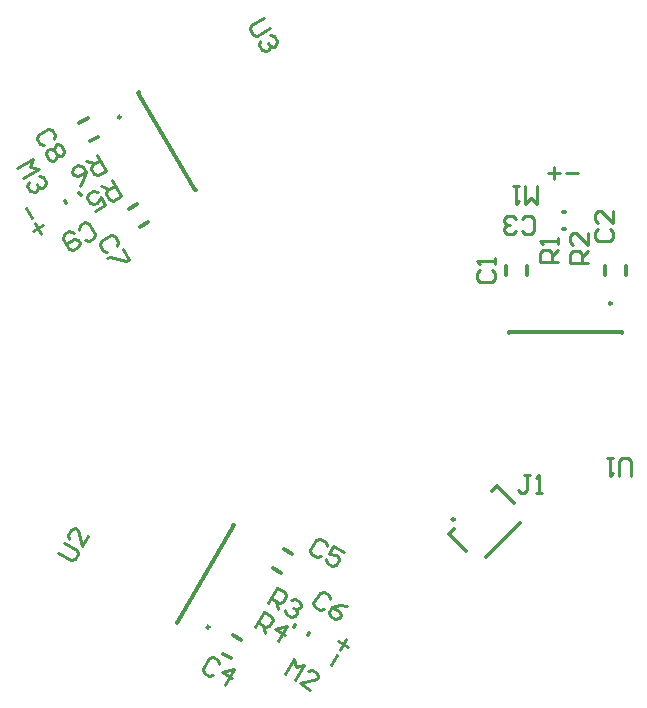
<source format=gto>
G04*
G04 #@! TF.GenerationSoftware,Altium Limited,Altium Designer,22.4.2 (48)*
G04*
G04 Layer_Color=65535*
%FSLAX25Y25*%
%MOIN*%
G70*
G04*
G04 #@! TF.SameCoordinates,33176103-96A9-485D-B847-577AE089F5E8*
G04*
G04*
G04 #@! TF.FilePolarity,Positive*
G04*
G01*
G75*
%ADD10C,0.00984*%
%ADD11C,0.01181*%
%ADD12C,0.01000*%
D10*
X134054Y273177D02*
G03*
X134054Y273177I-492J0D01*
G01*
X163589Y103227D02*
G03*
X163589Y103227I-492J0D01*
G01*
X245332Y139118D02*
G03*
X245332Y139118I-492J0D01*
G01*
X297721Y211134D02*
G03*
X297721Y211134I-492J0D01*
G01*
D11*
X139904Y281271D02*
X140218Y281452D01*
X139904Y281271D02*
X158644Y248812D01*
X158958Y248993D01*
X152603Y104854D02*
X152916Y104673D01*
X171657Y137132D01*
X171343Y137313D02*
X171657Y137132D01*
X184751Y122927D02*
X187468Y121359D01*
X188295Y129065D02*
X191012Y127496D01*
X167967Y94355D02*
X170684Y92786D01*
X171510Y100492D02*
X174227Y98923D01*
X196504Y100541D02*
X196898Y101223D01*
X191731Y103297D02*
X192124Y103979D01*
X120210Y247956D02*
X120604Y247274D01*
X115437Y245200D02*
X115831Y244518D01*
X136747Y242665D02*
X139464Y244233D01*
X140290Y236527D02*
X143007Y238096D01*
X120247Y271244D02*
X122964Y272812D01*
X123790Y265106D02*
X126507Y266675D01*
X259316Y150253D02*
X265115Y144453D01*
X257785Y148722D02*
X259315Y150253D01*
X243448Y134386D02*
X249248Y128586D01*
X243449Y134386D02*
X244979Y135916D01*
X255782Y126676D02*
X267025Y137918D01*
X295276Y220431D02*
Y223569D01*
X302362Y220431D02*
Y223569D01*
X262284Y220585D02*
Y223722D01*
X269371Y220585D02*
Y223722D01*
X263587Y201232D02*
Y201594D01*
X301068D01*
Y201232D02*
Y201594D01*
X281434Y235898D02*
X282221D01*
X281434Y241409D02*
X282221D01*
D12*
X209098Y99134D02*
X207098Y95671D01*
X209829Y96403D02*
X206366Y98403D01*
X206099Y93940D02*
X204099Y90477D01*
X107403Y234366D02*
X105403Y237829D01*
X104671Y235098D02*
X108134Y237098D01*
X104403Y239561D02*
X102404Y243024D01*
X276500Y254499D02*
X280499D01*
X278499Y256499D02*
Y252500D01*
X282498Y254499D02*
X286497D01*
X253800Y222123D02*
X252800Y221123D01*
Y219124D01*
X253800Y218124D01*
X257798D01*
X258798Y219124D01*
Y221123D01*
X257798Y222123D01*
X258798Y224122D02*
Y226122D01*
Y225122D01*
X252800D01*
X253800Y224122D01*
X181737Y306320D02*
X177408Y303821D01*
X177042Y302455D01*
X178042Y300724D01*
X179407Y300358D01*
X183736Y302857D01*
X183870Y300626D02*
X185236Y300260D01*
X186235Y298528D01*
X185870Y297163D01*
X185004Y296663D01*
X183638Y297029D01*
X183138Y297894D01*
X183638Y297029D01*
X183272Y295663D01*
X182406Y295163D01*
X181041Y295529D01*
X180041Y297261D01*
X180407Y298626D01*
X112941Y127908D02*
X117270Y125408D01*
X118635Y125774D01*
X119635Y127506D01*
X119269Y128871D01*
X114940Y131371D01*
X123134Y133566D02*
X121134Y130103D01*
X119671Y135565D01*
X118805Y136065D01*
X117439Y135699D01*
X116440Y133968D01*
X116806Y132602D01*
X303999Y153501D02*
Y158499D01*
X302999Y159499D01*
X301000D01*
X300000Y158499D01*
Y153501D01*
X298001Y159499D02*
X296001D01*
X297001D01*
Y153501D01*
X298001Y154501D01*
X125968Y260588D02*
X128967Y255394D01*
X126370Y253894D01*
X125004Y254260D01*
X124004Y255992D01*
X124370Y257357D01*
X126968Y258857D01*
X125236Y257857D02*
X122505Y258589D01*
X120310Y250395D02*
X121541Y252261D01*
X122273Y254992D01*
X121273Y256723D01*
X119908Y257089D01*
X118176Y256090D01*
X117810Y254724D01*
X118310Y253858D01*
X119676Y253492D01*
X122273Y254992D01*
X130968Y252088D02*
X133967Y246894D01*
X131370Y245394D01*
X130004Y245760D01*
X129005Y247492D01*
X129370Y248857D01*
X131968Y250357D01*
X130236Y249357D02*
X127505Y250089D01*
X125310Y241895D02*
X128773Y243895D01*
X127273Y246492D01*
X126041Y244626D01*
X125176Y244127D01*
X123810Y244493D01*
X122810Y246224D01*
X123176Y247590D01*
X124908Y248589D01*
X126273Y248223D01*
X178596Y103187D02*
X181685Y108328D01*
X184256Y106783D01*
X184598Y105412D01*
X183568Y103698D01*
X182196Y103356D01*
X179625Y104901D01*
X181339Y103871D02*
X182023Y101127D01*
X186308Y98553D02*
X189397Y103694D01*
X185282Y102668D01*
X188709Y100609D01*
X183096Y111187D02*
X186185Y116328D01*
X188756Y114783D01*
X189098Y113412D01*
X188068Y111698D01*
X186696Y111356D01*
X184125Y112900D01*
X185839Y111871D02*
X186523Y109127D01*
X190811Y112382D02*
X192183Y112724D01*
X193897Y111694D01*
X194239Y110322D01*
X193724Y109466D01*
X192352Y109124D01*
X191495Y109638D01*
X192352Y109124D01*
X192694Y107752D01*
X192179Y106895D01*
X190808Y106553D01*
X189094Y107583D01*
X188752Y108954D01*
X289712Y224581D02*
X283714D01*
Y227579D01*
X284714Y228579D01*
X286713D01*
X287713Y227579D01*
Y224581D01*
Y226580D02*
X289712Y228579D01*
Y234577D02*
Y230578D01*
X285713Y234577D01*
X284714D01*
X283714Y233577D01*
Y231578D01*
X284714Y230578D01*
X279668Y224977D02*
X273670D01*
Y227976D01*
X274669Y228976D01*
X276669D01*
X277668Y227976D01*
Y224977D01*
Y226977D02*
X279668Y228976D01*
Y230975D02*
Y232975D01*
Y231975D01*
X273670D01*
X274669Y230975D01*
X99404Y256329D02*
X104598Y259328D01*
X103866Y256597D01*
X106597Y255865D01*
X101403Y252866D01*
X106731Y253634D02*
X108097Y253268D01*
X109097Y251536D01*
X108731Y250171D01*
X107865Y249671D01*
X106499Y250037D01*
X106000Y250903D01*
X106499Y250037D01*
X106133Y248671D01*
X105268Y248172D01*
X103902Y248537D01*
X102902Y250269D01*
X103268Y251635D01*
X188671Y87504D02*
X191760Y92645D01*
X192444Y89902D01*
X195188Y90586D01*
X192098Y85444D01*
X197240Y82355D02*
X193812Y84414D01*
X199299Y85782D01*
X199814Y86639D01*
X199472Y88011D01*
X197758Y89041D01*
X196387Y88699D01*
X272826Y250152D02*
Y244155D01*
X270827Y246154D01*
X268828Y244155D01*
Y250152D01*
X266828D02*
X264829D01*
X265828D01*
Y244155D01*
X266828Y245154D01*
X270500Y153999D02*
X268501D01*
X269500D01*
Y149001D01*
X268501Y148001D01*
X267501D01*
X266501Y149001D01*
X272499Y148001D02*
X274499D01*
X273499D01*
Y153999D01*
X272499Y152999D01*
X122004Y232260D02*
X123370Y231894D01*
X125101Y232894D01*
X125467Y234259D01*
X123468Y237722D01*
X122102Y238088D01*
X120371Y237089D01*
X120005Y235723D01*
X118273Y234723D02*
X116908Y235089D01*
X115176Y234090D01*
X114810Y232724D01*
X116810Y229261D01*
X118175Y228895D01*
X119907Y229895D01*
X120273Y231260D01*
X119773Y232126D01*
X118407Y232492D01*
X115810Y230993D01*
X111870Y265857D02*
X112236Y267223D01*
X111237Y268954D01*
X109871Y269320D01*
X106408Y267321D01*
X106042Y265955D01*
X107042Y264224D01*
X108407Y263858D01*
X112870Y264126D02*
X114236Y263760D01*
X115235Y262028D01*
X114869Y260663D01*
X114004Y260163D01*
X112638Y260529D01*
X112272Y259163D01*
X111407Y258663D01*
X110041Y259029D01*
X109041Y260761D01*
X109407Y262126D01*
X110273Y262626D01*
X111638Y262260D01*
X112004Y263626D01*
X112870Y264126D01*
X111638Y262260D02*
X112638Y260529D01*
X132870Y230357D02*
X133236Y231723D01*
X132237Y233454D01*
X130871Y233820D01*
X127408Y231821D01*
X127042Y230455D01*
X128042Y228724D01*
X129407Y228358D01*
X134736Y229125D02*
X136735Y225662D01*
X135870Y225163D01*
X130407Y226626D01*
X129541Y226126D01*
X203741Y112610D02*
X203399Y113982D01*
X201685Y115012D01*
X200313Y114670D01*
X198254Y111242D01*
X198596Y109870D01*
X200310Y108841D01*
X201681Y109183D01*
X209397Y110378D02*
X207168Y110551D01*
X204425Y109867D01*
X203395Y108153D01*
X203737Y106781D01*
X205451Y105751D01*
X206823Y106093D01*
X207338Y106950D01*
X206996Y108322D01*
X204425Y109867D01*
X202634Y130231D02*
X202268Y131597D01*
X200537Y132597D01*
X199171Y132231D01*
X197172Y128768D01*
X197538Y127402D01*
X199269Y126402D01*
X200635Y126768D01*
X208328Y128098D02*
X204865Y130097D01*
X203366Y127500D01*
X205597Y127366D01*
X206463Y126866D01*
X206829Y125501D01*
X205829Y123769D01*
X204464Y123403D01*
X202732Y124403D01*
X202366Y125769D01*
X166879Y90832D02*
X166513Y92198D01*
X164782Y93197D01*
X163416Y92831D01*
X161417Y89368D01*
X161783Y88003D01*
X163514Y87003D01*
X164880Y87369D01*
X168709Y84004D02*
X171708Y89198D01*
X167611Y88101D01*
X171074Y86101D01*
X267827Y235154D02*
X268827Y234154D01*
X270826D01*
X271826Y235154D01*
Y239153D01*
X270826Y240153D01*
X268827D01*
X267827Y239153D01*
X265828Y235154D02*
X264828Y234154D01*
X262829D01*
X261829Y235154D01*
Y236154D01*
X262829Y237154D01*
X263829D01*
X262829D01*
X261829Y238153D01*
Y239153D01*
X262829Y240153D01*
X264828D01*
X265828Y239153D01*
X293164Y235908D02*
X292164Y234908D01*
Y232909D01*
X293164Y231909D01*
X297163D01*
X298162Y232909D01*
Y234908D01*
X297163Y235908D01*
X298162Y241906D02*
Y237907D01*
X294164Y241906D01*
X293164D01*
X292164Y240906D01*
Y238907D01*
X293164Y237907D01*
M02*

</source>
